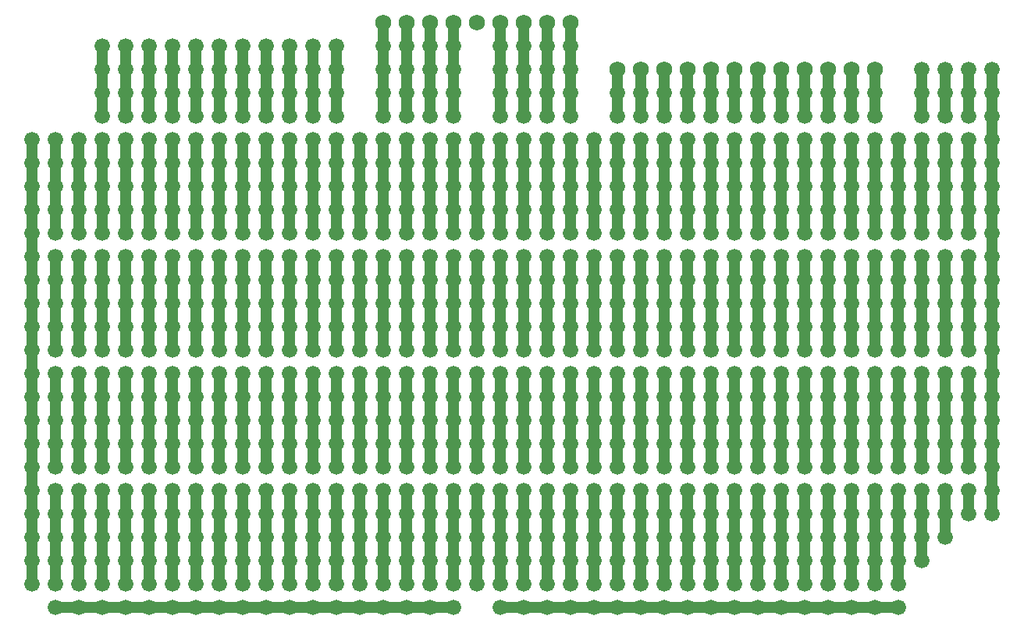
<source format=gbl>
G04*
G04 #@! TF.GenerationSoftware,Altium Limited,CircuitStudio,1.5.2 (30)*
G04*
G04 Layer_Physical_Order=2*
G04 Layer_Color=51200*
%FSLAX25Y25*%
%MOIN*%
G70*
G01*
G75*
%ADD10C,0.04800*%
%ADD11C,0.06600*%
%ADD12C,0.06800*%
D10*
X480000Y225000D02*
X650000D01*
X290000D02*
X460000D01*
X290000Y235000D02*
Y275000D01*
X300000Y235000D02*
Y275000D01*
X310000Y235000D02*
Y275000D01*
X320000Y235000D02*
Y275000D01*
X330000Y235000D02*
Y275000D01*
X340000Y235000D02*
Y275000D01*
X350000Y235000D02*
Y275000D01*
X360000Y235000D02*
Y275000D01*
X370000Y235000D02*
Y275000D01*
X470000Y235000D02*
Y275000D01*
X460000Y235000D02*
Y275000D01*
X450000Y235000D02*
Y275000D01*
X440000Y235000D02*
Y275000D01*
X430000Y235000D02*
Y275000D01*
X420000Y235000D02*
Y275000D01*
X410000Y235000D02*
Y275000D01*
X400000Y235000D02*
Y275000D01*
X380000Y235000D02*
Y275000D01*
X390000Y235000D02*
Y275000D01*
X570000Y235000D02*
Y275000D01*
X560000Y235000D02*
Y275000D01*
X550000Y235000D02*
Y275000D01*
X540000Y235000D02*
Y275000D01*
X530000Y235000D02*
Y275000D01*
X520000Y235000D02*
Y275000D01*
X510000Y235000D02*
Y275000D01*
X500000Y235000D02*
Y275000D01*
X480000Y235000D02*
Y275000D01*
X490000Y235000D02*
Y275000D01*
X670000Y255000D02*
Y275000D01*
X660000Y245000D02*
Y275000D01*
X650000Y235000D02*
Y275000D01*
X640000Y235000D02*
Y275000D01*
X630000Y235000D02*
Y275000D01*
X620000Y235000D02*
Y275000D01*
X610000Y235000D02*
Y275000D01*
X600000Y235000D02*
Y275000D01*
X580000Y235000D02*
Y275000D01*
X590000Y235000D02*
Y275000D01*
X680000Y265000D02*
Y275000D01*
X290000Y285000D02*
Y325000D01*
X300000Y285000D02*
Y325000D01*
X310000Y285000D02*
Y325000D01*
X320000Y285000D02*
Y325000D01*
X330000Y285000D02*
Y325000D01*
X340000Y285000D02*
Y325000D01*
X350000Y285000D02*
Y325000D01*
X360000Y285000D02*
Y325000D01*
X370000Y285000D02*
Y325000D01*
X470000Y285000D02*
Y325000D01*
X460000Y285000D02*
Y325000D01*
X450000Y285000D02*
Y325000D01*
X440000Y285000D02*
Y325000D01*
X430000Y285000D02*
Y325000D01*
X420000Y285000D02*
Y325000D01*
X410000Y285000D02*
Y325000D01*
X400000Y285000D02*
Y325000D01*
X380000Y285000D02*
Y325000D01*
X390000Y285000D02*
Y325000D01*
X570000Y285000D02*
Y325000D01*
X560000Y285000D02*
Y325000D01*
X550000Y285000D02*
Y325000D01*
X540000Y285000D02*
Y325000D01*
X530000Y285000D02*
Y325000D01*
X520000Y285000D02*
Y325000D01*
X510000Y285000D02*
Y325000D01*
X500000Y285000D02*
Y325000D01*
X480000Y285000D02*
Y325000D01*
X490000Y285000D02*
Y325000D01*
X670000Y285000D02*
Y325000D01*
X660000Y285000D02*
Y325000D01*
X650000Y285000D02*
Y325000D01*
X640000Y285000D02*
Y325000D01*
X630000Y285000D02*
Y325000D01*
X620000Y285000D02*
Y325000D01*
X610000Y285000D02*
Y325000D01*
X600000Y285000D02*
Y325000D01*
X580000Y285000D02*
Y325000D01*
X590000Y285000D02*
Y325000D01*
X680000Y285000D02*
Y325000D01*
X290000Y335000D02*
Y375000D01*
X300000Y335000D02*
Y375000D01*
X310000Y335000D02*
Y375000D01*
X320000Y335000D02*
Y375000D01*
X330000Y335000D02*
Y375000D01*
X340000Y335000D02*
Y375000D01*
X350000Y335000D02*
Y375000D01*
X360000Y335000D02*
Y375000D01*
X370000Y335000D02*
Y375000D01*
X470000Y335000D02*
Y375000D01*
X460000Y335000D02*
Y375000D01*
X450000Y335000D02*
Y375000D01*
X440000Y335000D02*
Y375000D01*
X430000Y335000D02*
Y375000D01*
X420000Y335000D02*
Y375000D01*
X410000Y335000D02*
Y375000D01*
X400000Y335000D02*
Y375000D01*
X380000Y335000D02*
Y375000D01*
X390000Y335000D02*
Y375000D01*
X570000Y335000D02*
Y375000D01*
X560000Y335000D02*
Y375000D01*
X550000Y335000D02*
Y375000D01*
X540000Y335000D02*
Y375000D01*
X530000Y335000D02*
Y375000D01*
X520000Y335000D02*
Y375000D01*
X510000Y335000D02*
Y375000D01*
X500000Y335000D02*
Y375000D01*
X480000Y335000D02*
Y375000D01*
X490000Y335000D02*
Y375000D01*
X670000Y335000D02*
Y375000D01*
X660000Y335000D02*
Y375000D01*
X650000Y335000D02*
Y375000D01*
X640000Y335000D02*
Y375000D01*
X630000Y335000D02*
Y375000D01*
X620000Y335000D02*
Y375000D01*
X610000Y335000D02*
Y375000D01*
X600000Y335000D02*
Y375000D01*
X580000Y335000D02*
Y375000D01*
X590000Y335000D02*
Y375000D01*
X680000Y335000D02*
Y375000D01*
X310000Y435000D02*
Y465000D01*
X320000Y435000D02*
Y465000D01*
X330000Y435000D02*
Y465000D01*
X340000Y435000D02*
Y465000D01*
X350000Y435000D02*
Y465000D01*
X360000Y435000D02*
Y465000D01*
X370000Y435000D02*
Y465000D01*
X460000Y435000D02*
Y475000D01*
X450000Y435000D02*
Y475000D01*
X440000Y435000D02*
Y475000D01*
X430000Y435000D02*
Y475000D01*
X410000Y435000D02*
Y465000D01*
X400000Y435000D02*
Y465000D01*
X380000Y435000D02*
Y465000D01*
X390000Y435000D02*
Y465000D01*
X570000Y435000D02*
Y455000D01*
X560000Y435000D02*
Y455000D01*
X550000Y435000D02*
Y455000D01*
X540000Y435000D02*
Y455000D01*
X530000Y435000D02*
Y455000D01*
X510000Y435000D02*
Y475000D01*
X500000Y435000D02*
Y475000D01*
X480000Y435000D02*
Y475000D01*
X490000Y435000D02*
Y475000D01*
X670000Y435000D02*
Y455000D01*
X660000Y435000D02*
Y455000D01*
X640000Y435000D02*
Y455000D01*
X630000Y435000D02*
Y455000D01*
X620000Y435000D02*
Y455000D01*
X610000Y435000D02*
Y455000D01*
X600000Y435000D02*
Y455000D01*
X580000Y435000D02*
Y455000D01*
X590000Y435000D02*
Y455000D01*
X680000Y435000D02*
Y455000D01*
X690000Y265000D02*
Y455000D01*
X680000Y385000D02*
Y425000D01*
X590000Y385000D02*
Y425000D01*
X580000Y385000D02*
Y425000D01*
X600000Y385000D02*
Y425000D01*
X610000Y385000D02*
Y425000D01*
X620000Y385000D02*
Y425000D01*
X630000Y385000D02*
Y425000D01*
X640000Y385000D02*
Y425000D01*
X650000Y385000D02*
Y425000D01*
X660000Y385000D02*
Y425000D01*
X670000Y385000D02*
Y425000D01*
X490000Y385000D02*
Y425000D01*
X480000Y385000D02*
Y425000D01*
X500000Y385000D02*
Y425000D01*
X510000Y385000D02*
Y425000D01*
X520000Y385000D02*
Y425000D01*
X530000Y385000D02*
Y425000D01*
X540000Y385000D02*
Y425000D01*
X550000Y385000D02*
Y425000D01*
X560000Y385000D02*
Y425000D01*
X570000Y385000D02*
Y425000D01*
X390000Y385000D02*
Y425000D01*
X380000Y385000D02*
Y425000D01*
X400000Y385000D02*
Y425000D01*
X410000Y385000D02*
Y425000D01*
X420000Y385000D02*
Y425000D01*
X430000Y385000D02*
Y425000D01*
X440000Y385000D02*
Y425000D01*
X450000Y385000D02*
Y425000D01*
X460000Y385000D02*
Y425000D01*
X470000Y385000D02*
Y425000D01*
X370000Y385000D02*
Y425000D01*
X360000Y385000D02*
Y425000D01*
X350000Y385000D02*
Y425000D01*
X340000Y385000D02*
Y425000D01*
X330000Y385000D02*
Y425000D01*
X320000Y385000D02*
Y425000D01*
X310000Y385000D02*
Y425000D01*
X300000Y385000D02*
Y425000D01*
X280000Y235000D02*
Y425000D01*
X290000Y385000D02*
Y425000D01*
D11*
X690000Y265000D02*
D03*
X630000Y225000D02*
D03*
X640000D02*
D03*
X650000D02*
D03*
X610000D02*
D03*
X620000D02*
D03*
X580000D02*
D03*
X590000D02*
D03*
X600000D02*
D03*
X560000D02*
D03*
X570000D02*
D03*
X530000D02*
D03*
X540000D02*
D03*
X550000D02*
D03*
X500000D02*
D03*
X490000D02*
D03*
X480000D02*
D03*
X520000D02*
D03*
X510000D02*
D03*
X320000D02*
D03*
X330000D02*
D03*
X290000D02*
D03*
X300000D02*
D03*
X310000D02*
D03*
X360000D02*
D03*
X350000D02*
D03*
X340000D02*
D03*
X380000D02*
D03*
X370000D02*
D03*
X410000D02*
D03*
X400000D02*
D03*
X390000D02*
D03*
X430000D02*
D03*
X420000D02*
D03*
X460000D02*
D03*
X450000D02*
D03*
X440000D02*
D03*
X300000Y245000D02*
D03*
Y235000D02*
D03*
Y275000D02*
D03*
Y265000D02*
D03*
Y255000D02*
D03*
X340000Y245000D02*
D03*
Y235000D02*
D03*
Y275000D02*
D03*
Y265000D02*
D03*
Y255000D02*
D03*
X380000Y245000D02*
D03*
Y235000D02*
D03*
Y275000D02*
D03*
Y265000D02*
D03*
Y255000D02*
D03*
X420000Y245000D02*
D03*
Y235000D02*
D03*
Y275000D02*
D03*
Y265000D02*
D03*
Y255000D02*
D03*
X460000Y245000D02*
D03*
Y235000D02*
D03*
Y275000D02*
D03*
Y265000D02*
D03*
Y255000D02*
D03*
X500000Y245000D02*
D03*
Y235000D02*
D03*
Y275000D02*
D03*
Y265000D02*
D03*
Y255000D02*
D03*
X540000Y245000D02*
D03*
Y235000D02*
D03*
Y275000D02*
D03*
Y265000D02*
D03*
Y255000D02*
D03*
X580000Y245000D02*
D03*
Y235000D02*
D03*
Y275000D02*
D03*
Y265000D02*
D03*
Y255000D02*
D03*
X620000Y245000D02*
D03*
Y235000D02*
D03*
Y275000D02*
D03*
Y265000D02*
D03*
Y255000D02*
D03*
X660000Y245000D02*
D03*
Y275000D02*
D03*
Y265000D02*
D03*
Y255000D02*
D03*
X280000Y245000D02*
D03*
Y235000D02*
D03*
Y275000D02*
D03*
Y265000D02*
D03*
Y255000D02*
D03*
X320000Y245000D02*
D03*
X310000D02*
D03*
X320000Y235000D02*
D03*
X310000D02*
D03*
X320000Y275000D02*
D03*
X310000D02*
D03*
X320000Y265000D02*
D03*
X310000D02*
D03*
X320000Y255000D02*
D03*
X310000D02*
D03*
X350000Y245000D02*
D03*
X330000D02*
D03*
X350000Y235000D02*
D03*
X330000D02*
D03*
X350000Y275000D02*
D03*
X330000D02*
D03*
X350000Y265000D02*
D03*
X330000D02*
D03*
X350000Y255000D02*
D03*
X330000D02*
D03*
X370000Y245000D02*
D03*
X360000D02*
D03*
X370000Y235000D02*
D03*
X360000D02*
D03*
X370000Y275000D02*
D03*
X360000D02*
D03*
X370000Y265000D02*
D03*
X360000D02*
D03*
X370000Y255000D02*
D03*
X360000D02*
D03*
X410000Y245000D02*
D03*
X400000D02*
D03*
X410000Y235000D02*
D03*
X400000D02*
D03*
X410000Y275000D02*
D03*
X400000D02*
D03*
X410000Y265000D02*
D03*
X400000D02*
D03*
X410000Y255000D02*
D03*
X400000D02*
D03*
X440000Y245000D02*
D03*
X430000D02*
D03*
X440000Y235000D02*
D03*
X430000D02*
D03*
X440000Y275000D02*
D03*
X430000D02*
D03*
X440000Y265000D02*
D03*
X430000D02*
D03*
X440000Y255000D02*
D03*
X430000D02*
D03*
X480000Y245000D02*
D03*
X470000D02*
D03*
X480000Y235000D02*
D03*
X470000D02*
D03*
X480000Y275000D02*
D03*
X470000D02*
D03*
X480000Y265000D02*
D03*
X470000D02*
D03*
X480000Y255000D02*
D03*
X470000D02*
D03*
X510000Y245000D02*
D03*
X490000D02*
D03*
X510000Y235000D02*
D03*
X490000D02*
D03*
X510000Y275000D02*
D03*
X490000D02*
D03*
X510000Y265000D02*
D03*
X490000D02*
D03*
X510000Y255000D02*
D03*
X490000D02*
D03*
X530000Y245000D02*
D03*
X520000D02*
D03*
X530000Y235000D02*
D03*
X520000D02*
D03*
X530000Y275000D02*
D03*
X520000D02*
D03*
X530000Y265000D02*
D03*
X520000D02*
D03*
X530000Y255000D02*
D03*
X520000D02*
D03*
X570000Y245000D02*
D03*
X560000D02*
D03*
X570000Y235000D02*
D03*
X560000D02*
D03*
X570000Y275000D02*
D03*
X560000D02*
D03*
X570000Y265000D02*
D03*
X560000D02*
D03*
X570000Y255000D02*
D03*
X560000D02*
D03*
X600000Y245000D02*
D03*
X590000D02*
D03*
X600000Y235000D02*
D03*
X590000D02*
D03*
X600000Y275000D02*
D03*
X590000D02*
D03*
X600000Y265000D02*
D03*
X590000D02*
D03*
X600000Y255000D02*
D03*
X590000D02*
D03*
X640000Y245000D02*
D03*
X630000D02*
D03*
X640000Y235000D02*
D03*
X630000D02*
D03*
X640000Y275000D02*
D03*
X630000D02*
D03*
X640000Y265000D02*
D03*
X630000D02*
D03*
X640000Y255000D02*
D03*
X630000D02*
D03*
X650000Y245000D02*
D03*
Y235000D02*
D03*
X670000Y275000D02*
D03*
X650000D02*
D03*
X670000Y265000D02*
D03*
X650000D02*
D03*
X670000Y255000D02*
D03*
X650000D02*
D03*
X690000Y275000D02*
D03*
X680000D02*
D03*
Y265000D02*
D03*
X390000Y245000D02*
D03*
X290000D02*
D03*
X390000Y235000D02*
D03*
X290000D02*
D03*
X390000Y275000D02*
D03*
X290000D02*
D03*
X390000Y265000D02*
D03*
X290000D02*
D03*
X390000Y255000D02*
D03*
X290000D02*
D03*
X450000Y245000D02*
D03*
Y235000D02*
D03*
Y275000D02*
D03*
Y265000D02*
D03*
Y255000D02*
D03*
X610000Y245000D02*
D03*
X550000D02*
D03*
X610000Y235000D02*
D03*
X550000D02*
D03*
X610000Y275000D02*
D03*
X550000D02*
D03*
X610000Y265000D02*
D03*
X550000D02*
D03*
X610000Y255000D02*
D03*
X550000D02*
D03*
X300000Y295000D02*
D03*
Y285000D02*
D03*
Y325000D02*
D03*
Y315000D02*
D03*
Y305000D02*
D03*
X340000Y295000D02*
D03*
Y285000D02*
D03*
Y325000D02*
D03*
Y315000D02*
D03*
Y305000D02*
D03*
X380000Y295000D02*
D03*
Y285000D02*
D03*
Y325000D02*
D03*
Y315000D02*
D03*
Y305000D02*
D03*
X420000Y295000D02*
D03*
Y285000D02*
D03*
Y325000D02*
D03*
Y315000D02*
D03*
Y305000D02*
D03*
X460000Y295000D02*
D03*
Y285000D02*
D03*
Y325000D02*
D03*
Y315000D02*
D03*
Y305000D02*
D03*
X500000Y295000D02*
D03*
Y285000D02*
D03*
Y325000D02*
D03*
Y315000D02*
D03*
Y305000D02*
D03*
X540000Y295000D02*
D03*
Y285000D02*
D03*
Y325000D02*
D03*
Y315000D02*
D03*
Y305000D02*
D03*
X580000Y295000D02*
D03*
Y285000D02*
D03*
Y325000D02*
D03*
Y315000D02*
D03*
Y305000D02*
D03*
X620000Y295000D02*
D03*
Y285000D02*
D03*
Y325000D02*
D03*
Y315000D02*
D03*
Y305000D02*
D03*
X660000Y295000D02*
D03*
Y285000D02*
D03*
Y325000D02*
D03*
Y315000D02*
D03*
Y305000D02*
D03*
X280000Y295000D02*
D03*
Y285000D02*
D03*
Y325000D02*
D03*
Y315000D02*
D03*
Y305000D02*
D03*
X320000Y295000D02*
D03*
X310000D02*
D03*
X320000Y285000D02*
D03*
X310000D02*
D03*
X320000Y325000D02*
D03*
X310000D02*
D03*
X320000Y315000D02*
D03*
X310000D02*
D03*
X320000Y305000D02*
D03*
X310000D02*
D03*
X350000Y295000D02*
D03*
X330000D02*
D03*
X350000Y285000D02*
D03*
X330000D02*
D03*
X350000Y325000D02*
D03*
X330000D02*
D03*
X350000Y315000D02*
D03*
X330000D02*
D03*
X350000Y305000D02*
D03*
X330000D02*
D03*
X370000Y295000D02*
D03*
X360000D02*
D03*
X370000Y285000D02*
D03*
X360000D02*
D03*
X370000Y325000D02*
D03*
X360000D02*
D03*
X370000Y315000D02*
D03*
X360000D02*
D03*
X370000Y305000D02*
D03*
X360000D02*
D03*
X410000Y295000D02*
D03*
X400000D02*
D03*
X410000Y285000D02*
D03*
X400000D02*
D03*
X410000Y325000D02*
D03*
X400000D02*
D03*
X410000Y315000D02*
D03*
X400000D02*
D03*
X410000Y305000D02*
D03*
X400000D02*
D03*
X440000Y295000D02*
D03*
X430000D02*
D03*
X440000Y285000D02*
D03*
X430000D02*
D03*
X440000Y325000D02*
D03*
X430000D02*
D03*
X440000Y315000D02*
D03*
X430000D02*
D03*
X440000Y305000D02*
D03*
X430000D02*
D03*
X480000Y295000D02*
D03*
X470000D02*
D03*
X480000Y285000D02*
D03*
X470000D02*
D03*
X480000Y325000D02*
D03*
X470000D02*
D03*
X480000Y315000D02*
D03*
X470000D02*
D03*
X480000Y305000D02*
D03*
X470000D02*
D03*
X510000Y295000D02*
D03*
X490000D02*
D03*
X510000Y285000D02*
D03*
X490000D02*
D03*
X510000Y325000D02*
D03*
X490000D02*
D03*
X510000Y315000D02*
D03*
X490000D02*
D03*
X510000Y305000D02*
D03*
X490000D02*
D03*
X530000Y295000D02*
D03*
X520000D02*
D03*
X530000Y285000D02*
D03*
X520000D02*
D03*
X530000Y325000D02*
D03*
X520000D02*
D03*
X530000Y315000D02*
D03*
X520000D02*
D03*
X530000Y305000D02*
D03*
X520000D02*
D03*
X570000Y295000D02*
D03*
X560000D02*
D03*
X570000Y285000D02*
D03*
X560000D02*
D03*
X570000Y325000D02*
D03*
X560000D02*
D03*
X570000Y315000D02*
D03*
X560000D02*
D03*
X570000Y305000D02*
D03*
X560000D02*
D03*
X600000Y295000D02*
D03*
X590000D02*
D03*
X600000Y285000D02*
D03*
X590000D02*
D03*
X600000Y325000D02*
D03*
X590000D02*
D03*
X600000Y315000D02*
D03*
X590000D02*
D03*
X600000Y305000D02*
D03*
X590000D02*
D03*
X640000Y295000D02*
D03*
X630000D02*
D03*
X640000Y285000D02*
D03*
X630000D02*
D03*
X640000Y325000D02*
D03*
X630000D02*
D03*
X640000Y315000D02*
D03*
X630000D02*
D03*
X640000Y305000D02*
D03*
X630000D02*
D03*
X670000Y295000D02*
D03*
X650000D02*
D03*
X670000Y285000D02*
D03*
X650000D02*
D03*
X670000Y325000D02*
D03*
X650000D02*
D03*
X670000Y315000D02*
D03*
X650000D02*
D03*
X670000Y305000D02*
D03*
X650000D02*
D03*
X690000Y295000D02*
D03*
X680000D02*
D03*
X690000Y285000D02*
D03*
X680000D02*
D03*
X690000Y325000D02*
D03*
X680000D02*
D03*
X690000Y315000D02*
D03*
X680000D02*
D03*
X690000Y305000D02*
D03*
X680000D02*
D03*
X390000Y295000D02*
D03*
X290000D02*
D03*
X390000Y285000D02*
D03*
X290000D02*
D03*
X390000Y325000D02*
D03*
X290000D02*
D03*
X390000Y315000D02*
D03*
X290000D02*
D03*
X390000Y305000D02*
D03*
X290000D02*
D03*
X450000Y295000D02*
D03*
Y285000D02*
D03*
Y325000D02*
D03*
Y315000D02*
D03*
Y305000D02*
D03*
X610000Y295000D02*
D03*
X550000D02*
D03*
X610000Y285000D02*
D03*
X550000D02*
D03*
X610000Y325000D02*
D03*
X550000D02*
D03*
X610000Y315000D02*
D03*
X550000D02*
D03*
X610000Y305000D02*
D03*
X550000D02*
D03*
X300000Y345000D02*
D03*
Y335000D02*
D03*
Y375000D02*
D03*
Y365000D02*
D03*
Y355000D02*
D03*
X340000Y345000D02*
D03*
Y335000D02*
D03*
Y375000D02*
D03*
Y365000D02*
D03*
Y355000D02*
D03*
X380000Y345000D02*
D03*
Y335000D02*
D03*
Y375000D02*
D03*
Y365000D02*
D03*
Y355000D02*
D03*
X420000Y345000D02*
D03*
Y335000D02*
D03*
Y375000D02*
D03*
Y365000D02*
D03*
Y355000D02*
D03*
X460000Y345000D02*
D03*
Y335000D02*
D03*
Y375000D02*
D03*
Y365000D02*
D03*
Y355000D02*
D03*
X500000Y345000D02*
D03*
Y335000D02*
D03*
Y375000D02*
D03*
Y365000D02*
D03*
Y355000D02*
D03*
X540000Y345000D02*
D03*
Y335000D02*
D03*
Y375000D02*
D03*
Y365000D02*
D03*
Y355000D02*
D03*
X580000Y345000D02*
D03*
Y335000D02*
D03*
Y375000D02*
D03*
Y365000D02*
D03*
Y355000D02*
D03*
X620000Y345000D02*
D03*
Y335000D02*
D03*
Y375000D02*
D03*
Y365000D02*
D03*
Y355000D02*
D03*
X660000Y345000D02*
D03*
Y335000D02*
D03*
Y375000D02*
D03*
Y365000D02*
D03*
Y355000D02*
D03*
X280000Y345000D02*
D03*
Y335000D02*
D03*
Y375000D02*
D03*
Y365000D02*
D03*
Y355000D02*
D03*
X320000Y345000D02*
D03*
X310000D02*
D03*
X320000Y335000D02*
D03*
X310000D02*
D03*
X320000Y375000D02*
D03*
X310000D02*
D03*
X320000Y365000D02*
D03*
X310000D02*
D03*
X320000Y355000D02*
D03*
X310000D02*
D03*
X350000Y345000D02*
D03*
X330000D02*
D03*
X350000Y335000D02*
D03*
X330000D02*
D03*
X350000Y375000D02*
D03*
X330000D02*
D03*
X350000Y365000D02*
D03*
X330000D02*
D03*
X350000Y355000D02*
D03*
X330000D02*
D03*
X370000Y345000D02*
D03*
X360000D02*
D03*
X370000Y335000D02*
D03*
X360000D02*
D03*
X370000Y375000D02*
D03*
X360000D02*
D03*
X370000Y365000D02*
D03*
X360000D02*
D03*
X370000Y355000D02*
D03*
X360000D02*
D03*
X410000Y345000D02*
D03*
X400000D02*
D03*
X410000Y335000D02*
D03*
X400000D02*
D03*
X410000Y375000D02*
D03*
X400000D02*
D03*
X410000Y365000D02*
D03*
X400000D02*
D03*
X410000Y355000D02*
D03*
X400000D02*
D03*
X440000Y345000D02*
D03*
X430000D02*
D03*
X440000Y335000D02*
D03*
X430000D02*
D03*
X440000Y375000D02*
D03*
X430000D02*
D03*
X440000Y365000D02*
D03*
X430000D02*
D03*
X440000Y355000D02*
D03*
X430000D02*
D03*
X480000Y345000D02*
D03*
X470000D02*
D03*
X480000Y335000D02*
D03*
X470000D02*
D03*
X480000Y375000D02*
D03*
X470000D02*
D03*
X480000Y365000D02*
D03*
X470000D02*
D03*
X480000Y355000D02*
D03*
X470000D02*
D03*
X510000Y345000D02*
D03*
X490000D02*
D03*
X510000Y335000D02*
D03*
X490000D02*
D03*
X510000Y375000D02*
D03*
X490000D02*
D03*
X510000Y365000D02*
D03*
X490000D02*
D03*
X510000Y355000D02*
D03*
X490000D02*
D03*
X530000Y345000D02*
D03*
X520000D02*
D03*
X530000Y335000D02*
D03*
X520000D02*
D03*
X530000Y375000D02*
D03*
X520000D02*
D03*
X530000Y365000D02*
D03*
X520000D02*
D03*
X530000Y355000D02*
D03*
X520000D02*
D03*
X570000Y345000D02*
D03*
X560000D02*
D03*
X570000Y335000D02*
D03*
X560000D02*
D03*
X570000Y375000D02*
D03*
X560000D02*
D03*
X570000Y365000D02*
D03*
X560000D02*
D03*
X570000Y355000D02*
D03*
X560000D02*
D03*
X600000Y345000D02*
D03*
X590000D02*
D03*
X600000Y335000D02*
D03*
X590000D02*
D03*
X600000Y375000D02*
D03*
X590000D02*
D03*
X600000Y365000D02*
D03*
X590000D02*
D03*
X600000Y355000D02*
D03*
X590000D02*
D03*
X640000Y345000D02*
D03*
X630000D02*
D03*
X640000Y335000D02*
D03*
X630000D02*
D03*
X640000Y375000D02*
D03*
X630000D02*
D03*
X640000Y365000D02*
D03*
X630000D02*
D03*
X640000Y355000D02*
D03*
X630000D02*
D03*
X670000Y345000D02*
D03*
X650000D02*
D03*
X670000Y335000D02*
D03*
X650000D02*
D03*
X670000Y375000D02*
D03*
X650000D02*
D03*
X670000Y365000D02*
D03*
X650000D02*
D03*
X670000Y355000D02*
D03*
X650000D02*
D03*
X690000Y345000D02*
D03*
X680000D02*
D03*
X690000Y335000D02*
D03*
X680000D02*
D03*
X690000Y375000D02*
D03*
X680000D02*
D03*
X690000Y365000D02*
D03*
X680000D02*
D03*
X690000Y355000D02*
D03*
X680000D02*
D03*
X390000Y345000D02*
D03*
X290000D02*
D03*
X390000Y335000D02*
D03*
X290000D02*
D03*
X390000Y375000D02*
D03*
X290000D02*
D03*
X390000Y365000D02*
D03*
X290000D02*
D03*
X390000Y355000D02*
D03*
X290000D02*
D03*
X450000Y345000D02*
D03*
Y335000D02*
D03*
Y375000D02*
D03*
Y365000D02*
D03*
Y355000D02*
D03*
X610000Y345000D02*
D03*
X550000D02*
D03*
X610000Y335000D02*
D03*
X550000D02*
D03*
X610000Y375000D02*
D03*
X550000D02*
D03*
X610000Y365000D02*
D03*
X550000D02*
D03*
X610000Y355000D02*
D03*
X550000D02*
D03*
X310000Y465000D02*
D03*
X340000Y435000D02*
D03*
Y465000D02*
D03*
Y455000D02*
D03*
Y445000D02*
D03*
X380000Y435000D02*
D03*
Y465000D02*
D03*
Y455000D02*
D03*
Y445000D02*
D03*
X320000Y435000D02*
D03*
X310000D02*
D03*
X320000Y465000D02*
D03*
Y455000D02*
D03*
X310000D02*
D03*
X320000Y445000D02*
D03*
X310000D02*
D03*
X350000Y435000D02*
D03*
X330000D02*
D03*
X350000Y465000D02*
D03*
X330000D02*
D03*
X350000Y455000D02*
D03*
X330000D02*
D03*
X350000Y445000D02*
D03*
X330000D02*
D03*
X370000Y435000D02*
D03*
X360000D02*
D03*
X370000Y465000D02*
D03*
X360000D02*
D03*
X370000Y455000D02*
D03*
X360000D02*
D03*
X370000Y445000D02*
D03*
X360000D02*
D03*
X410000Y435000D02*
D03*
X400000D02*
D03*
X410000Y465000D02*
D03*
X400000D02*
D03*
X410000Y455000D02*
D03*
X400000D02*
D03*
X410000Y445000D02*
D03*
X400000D02*
D03*
X390000Y435000D02*
D03*
Y465000D02*
D03*
Y455000D02*
D03*
Y445000D02*
D03*
X440000Y455000D02*
D03*
Y465000D02*
D03*
Y435000D02*
D03*
Y445000D02*
D03*
X460000Y455000D02*
D03*
X430000D02*
D03*
X460000Y465000D02*
D03*
Y435000D02*
D03*
Y445000D02*
D03*
X430000Y465000D02*
D03*
Y435000D02*
D03*
Y445000D02*
D03*
X450000Y455000D02*
D03*
Y465000D02*
D03*
Y435000D02*
D03*
Y445000D02*
D03*
X500000Y435000D02*
D03*
Y465000D02*
D03*
Y455000D02*
D03*
Y445000D02*
D03*
X480000Y435000D02*
D03*
Y465000D02*
D03*
Y455000D02*
D03*
Y445000D02*
D03*
X510000Y435000D02*
D03*
X490000D02*
D03*
X510000Y465000D02*
D03*
X490000D02*
D03*
X510000Y455000D02*
D03*
X490000D02*
D03*
X510000Y445000D02*
D03*
X490000D02*
D03*
X540000D02*
D03*
Y435000D02*
D03*
X580000Y445000D02*
D03*
Y435000D02*
D03*
X620000Y445000D02*
D03*
Y435000D02*
D03*
X660000Y445000D02*
D03*
Y435000D02*
D03*
Y455000D02*
D03*
X530000Y445000D02*
D03*
Y435000D02*
D03*
X570000Y445000D02*
D03*
X560000D02*
D03*
X570000Y435000D02*
D03*
X560000D02*
D03*
X600000Y445000D02*
D03*
X590000D02*
D03*
X600000Y435000D02*
D03*
X590000D02*
D03*
X640000Y445000D02*
D03*
X630000D02*
D03*
X640000Y435000D02*
D03*
X630000D02*
D03*
X670000Y445000D02*
D03*
Y435000D02*
D03*
Y455000D02*
D03*
X690000Y445000D02*
D03*
X680000D02*
D03*
X690000Y435000D02*
D03*
X680000D02*
D03*
X690000Y455000D02*
D03*
X680000D02*
D03*
X610000Y445000D02*
D03*
X550000D02*
D03*
X610000Y435000D02*
D03*
X550000D02*
D03*
Y405000D02*
D03*
X610000D02*
D03*
X550000Y415000D02*
D03*
X610000D02*
D03*
X550000Y425000D02*
D03*
X610000D02*
D03*
X550000Y385000D02*
D03*
X610000D02*
D03*
X550000Y395000D02*
D03*
X610000D02*
D03*
X450000Y405000D02*
D03*
Y415000D02*
D03*
Y425000D02*
D03*
Y385000D02*
D03*
Y395000D02*
D03*
X290000Y405000D02*
D03*
X390000D02*
D03*
X290000Y415000D02*
D03*
X390000D02*
D03*
X290000Y425000D02*
D03*
X390000D02*
D03*
X290000Y385000D02*
D03*
X390000D02*
D03*
X290000Y395000D02*
D03*
X390000D02*
D03*
X680000Y405000D02*
D03*
X690000D02*
D03*
X680000Y415000D02*
D03*
X690000D02*
D03*
X680000Y425000D02*
D03*
X690000D02*
D03*
X680000Y385000D02*
D03*
X690000D02*
D03*
X680000Y395000D02*
D03*
X690000D02*
D03*
X650000Y405000D02*
D03*
X670000D02*
D03*
X650000Y415000D02*
D03*
X670000D02*
D03*
X650000Y425000D02*
D03*
X670000D02*
D03*
X650000Y385000D02*
D03*
X670000D02*
D03*
X650000Y395000D02*
D03*
X670000D02*
D03*
X630000Y405000D02*
D03*
X640000D02*
D03*
X630000Y415000D02*
D03*
X640000D02*
D03*
X630000Y425000D02*
D03*
X640000D02*
D03*
X630000Y385000D02*
D03*
X640000D02*
D03*
X630000Y395000D02*
D03*
X640000D02*
D03*
X590000Y405000D02*
D03*
X600000D02*
D03*
X590000Y415000D02*
D03*
X600000D02*
D03*
X590000Y425000D02*
D03*
X600000D02*
D03*
X590000Y385000D02*
D03*
X600000D02*
D03*
X590000Y395000D02*
D03*
X600000D02*
D03*
X560000Y405000D02*
D03*
X570000D02*
D03*
X560000Y415000D02*
D03*
X570000D02*
D03*
X560000Y425000D02*
D03*
X570000D02*
D03*
X560000Y385000D02*
D03*
X570000D02*
D03*
X560000Y395000D02*
D03*
X570000D02*
D03*
X520000Y405000D02*
D03*
X530000D02*
D03*
X520000Y415000D02*
D03*
X530000D02*
D03*
X520000Y425000D02*
D03*
X530000D02*
D03*
X520000Y385000D02*
D03*
X530000D02*
D03*
X520000Y395000D02*
D03*
X530000D02*
D03*
X490000Y405000D02*
D03*
X510000D02*
D03*
X490000Y415000D02*
D03*
X510000D02*
D03*
X490000Y425000D02*
D03*
X510000D02*
D03*
X490000Y385000D02*
D03*
X510000D02*
D03*
X490000Y395000D02*
D03*
X510000D02*
D03*
X470000Y405000D02*
D03*
X480000D02*
D03*
X470000Y415000D02*
D03*
X480000D02*
D03*
X470000Y425000D02*
D03*
X480000D02*
D03*
X470000Y385000D02*
D03*
X480000D02*
D03*
X470000Y395000D02*
D03*
X480000D02*
D03*
X430000Y405000D02*
D03*
X440000D02*
D03*
X430000Y415000D02*
D03*
X440000D02*
D03*
X430000Y425000D02*
D03*
X440000D02*
D03*
X430000Y385000D02*
D03*
X440000D02*
D03*
X430000Y395000D02*
D03*
X440000D02*
D03*
X400000Y405000D02*
D03*
X410000D02*
D03*
X400000Y415000D02*
D03*
X410000D02*
D03*
X400000Y425000D02*
D03*
X410000D02*
D03*
X400000Y385000D02*
D03*
X410000D02*
D03*
X400000Y395000D02*
D03*
X410000D02*
D03*
X360000Y405000D02*
D03*
X370000D02*
D03*
X360000Y415000D02*
D03*
X370000D02*
D03*
X360000Y425000D02*
D03*
X370000D02*
D03*
X360000Y385000D02*
D03*
X370000D02*
D03*
X360000Y395000D02*
D03*
X370000D02*
D03*
X330000Y405000D02*
D03*
X350000D02*
D03*
X330000Y415000D02*
D03*
X350000D02*
D03*
X330000Y425000D02*
D03*
X350000D02*
D03*
X330000Y385000D02*
D03*
X350000D02*
D03*
X330000Y395000D02*
D03*
X350000D02*
D03*
X310000Y405000D02*
D03*
X320000D02*
D03*
X310000Y415000D02*
D03*
X320000D02*
D03*
X310000Y425000D02*
D03*
X320000D02*
D03*
X310000Y385000D02*
D03*
X320000D02*
D03*
X310000Y395000D02*
D03*
X320000D02*
D03*
X280000Y405000D02*
D03*
Y415000D02*
D03*
Y425000D02*
D03*
Y385000D02*
D03*
Y395000D02*
D03*
X660000Y405000D02*
D03*
Y415000D02*
D03*
Y425000D02*
D03*
Y385000D02*
D03*
Y395000D02*
D03*
X620000Y405000D02*
D03*
Y415000D02*
D03*
Y425000D02*
D03*
Y385000D02*
D03*
Y395000D02*
D03*
X580000Y405000D02*
D03*
Y415000D02*
D03*
Y425000D02*
D03*
Y385000D02*
D03*
Y395000D02*
D03*
X540000Y405000D02*
D03*
Y415000D02*
D03*
Y425000D02*
D03*
Y385000D02*
D03*
Y395000D02*
D03*
X500000Y405000D02*
D03*
Y415000D02*
D03*
Y425000D02*
D03*
Y385000D02*
D03*
Y395000D02*
D03*
X460000Y405000D02*
D03*
Y415000D02*
D03*
Y425000D02*
D03*
Y385000D02*
D03*
Y395000D02*
D03*
X420000Y405000D02*
D03*
Y415000D02*
D03*
Y425000D02*
D03*
Y385000D02*
D03*
Y395000D02*
D03*
X380000Y405000D02*
D03*
Y415000D02*
D03*
Y425000D02*
D03*
Y385000D02*
D03*
Y395000D02*
D03*
X340000Y405000D02*
D03*
Y415000D02*
D03*
Y425000D02*
D03*
Y385000D02*
D03*
Y395000D02*
D03*
X300000Y405000D02*
D03*
Y415000D02*
D03*
Y425000D02*
D03*
Y385000D02*
D03*
Y395000D02*
D03*
D12*
X640000Y455000D02*
D03*
X610000D02*
D03*
X580000D02*
D03*
X550000D02*
D03*
X630000D02*
D03*
X620000D02*
D03*
X600000D02*
D03*
X590000D02*
D03*
X570000D02*
D03*
X560000D02*
D03*
X540000D02*
D03*
X530000D02*
D03*
X500000Y475000D02*
D03*
X510000D02*
D03*
X450000D02*
D03*
X460000D02*
D03*
X430000D02*
D03*
X440000D02*
D03*
X480000D02*
D03*
X490000D02*
D03*
X470000D02*
D03*
M02*

</source>
